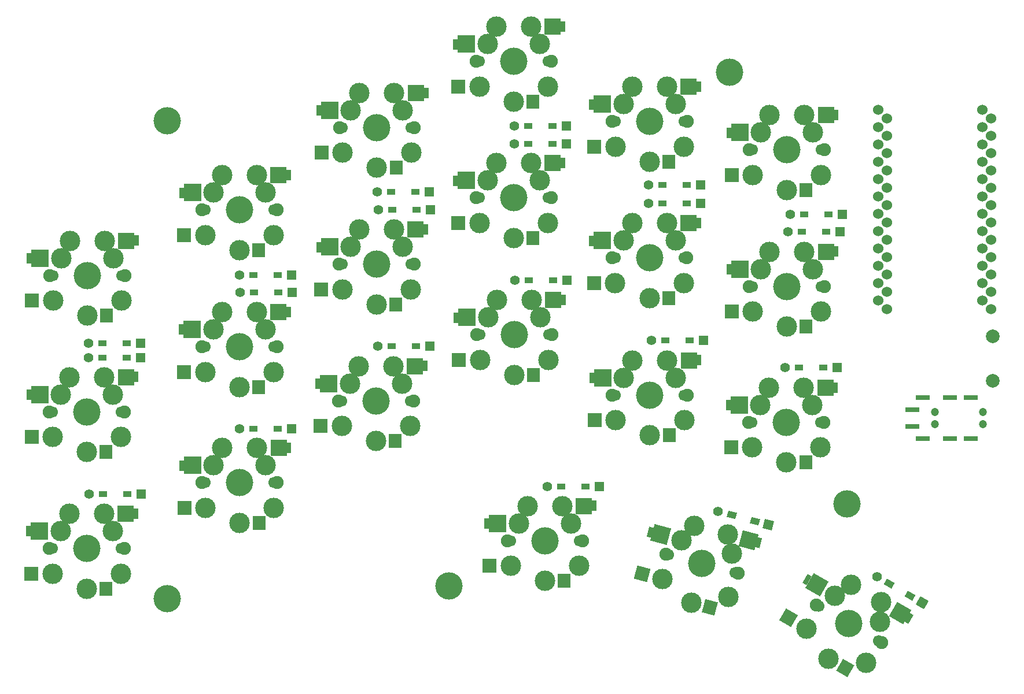
<source format=gbr>
%TF.GenerationSoftware,KiCad,Pcbnew,7.0.6*%
%TF.CreationDate,2023-08-21T12:13:53+07:00*%
%TF.ProjectId,GlupV1,476c7570-5631-42e6-9b69-6361645f7063,rev?*%
%TF.SameCoordinates,Original*%
%TF.FileFunction,Soldermask,Bot*%
%TF.FilePolarity,Negative*%
%FSLAX46Y46*%
G04 Gerber Fmt 4.6, Leading zero omitted, Abs format (unit mm)*
G04 Created by KiCad (PCBNEW 7.0.6) date 2023-08-21 12:13:53*
%MOMM*%
%LPD*%
G01*
G04 APERTURE LIST*
G04 Aperture macros list*
%AMRotRect*
0 Rectangle, with rotation*
0 The origin of the aperture is its center*
0 $1 length*
0 $2 width*
0 $3 Rotation angle, in degrees counterclockwise*
0 Add horizontal line*
21,1,$1,$2,0,0,$3*%
G04 Aperture macros list end*
%ADD10C,1.900000*%
%ADD11C,1.700000*%
%ADD12C,3.000000*%
%ADD13C,0.100000*%
%ADD14C,4.000000*%
%ADD15R,0.700000X1.500000*%
%ADD16R,2.000000X2.000000*%
%ADD17R,2.500000X2.500000*%
%ADD18R,1.900000X2.000000*%
%ADD19R,2.400000X2.400000*%
%ADD20R,1.397000X1.397000*%
%ADD21R,1.300000X0.950000*%
%ADD22C,1.397000*%
%ADD23C,2.000000*%
%ADD24C,1.524000*%
%ADD25RotRect,1.397000X1.397000X345.000000*%
%ADD26RotRect,1.300000X0.950000X345.000000*%
%ADD27RotRect,1.397000X1.397000X330.000000*%
%ADD28RotRect,1.300000X0.950000X330.000000*%
%ADD29RotRect,0.700000X1.500000X345.000000*%
%ADD30RotRect,2.000000X2.000000X165.000000*%
%ADD31RotRect,2.500000X2.500000X165.000000*%
%ADD32RotRect,1.900000X2.000000X165.000000*%
%ADD33RotRect,2.400000X2.400000X165.000000*%
%ADD34C,1.200000*%
%ADD35R,2.100000X0.800000*%
%ADD36RotRect,0.700000X1.500000X330.000000*%
%ADD37RotRect,2.000000X2.000000X150.000000*%
%ADD38RotRect,2.500000X2.500000X150.000000*%
%ADD39RotRect,1.900000X2.000000X150.000000*%
%ADD40RotRect,2.400000X2.400000X150.000000*%
G04 APERTURE END LIST*
D10*
%TO.C,SW9*%
X91130000Y-87780000D03*
D11*
X91550000Y-87780000D03*
D12*
X91630000Y-91480000D03*
D13*
X92805000Y-85200000D03*
D12*
X92820000Y-85239999D03*
X94090000Y-82700000D03*
D14*
X96630000Y-87780000D03*
D12*
X96630000Y-93680000D03*
X99170000Y-82700000D03*
X100440000Y-85240000D03*
X100440000Y-85240000D03*
D13*
X100455000Y-85200000D03*
D12*
X101630000Y-91480000D03*
D11*
X101710000Y-87780000D03*
D10*
X102130000Y-87780000D03*
D15*
X88130000Y-85280000D03*
D16*
X88530000Y-91480000D03*
D17*
X89730000Y-85240000D03*
D18*
X99430000Y-93680000D03*
D19*
X102330000Y-82700000D03*
D15*
X103830000Y-82680000D03*
%TD*%
D10*
%TO.C,SW13*%
X115835400Y-108266000D03*
D11*
X116255400Y-108266000D03*
D12*
X116335400Y-111966000D03*
D13*
X117510400Y-105686000D03*
D12*
X117525400Y-105725999D03*
X118795400Y-103186000D03*
D14*
X121335400Y-108266000D03*
D12*
X121335400Y-114166000D03*
X123875400Y-103186000D03*
X125145400Y-105726000D03*
X125145400Y-105726000D03*
D13*
X125160400Y-105686000D03*
D12*
X126335400Y-111966000D03*
D11*
X126415400Y-108266000D03*
D10*
X126835400Y-108266000D03*
D15*
X112835400Y-105766000D03*
D16*
X113235400Y-111966000D03*
D17*
X114435400Y-105726000D03*
D18*
X124135400Y-114166000D03*
D19*
X127035400Y-103186000D03*
D15*
X128535400Y-103166000D03*
%TD*%
D20*
%TO.C,D14*%
X144160000Y-56134000D03*
D21*
X142125000Y-56134000D03*
X138575000Y-56134000D03*
D22*
X136540000Y-56134000D03*
%TD*%
D23*
%TO.C,RSW1*%
X186930000Y-78370000D03*
X186930000Y-84870000D03*
%TD*%
D24*
%TO.C,U1*%
X170100000Y-45180000D03*
X186638815Y-46375745D03*
X170100000Y-47720000D03*
X186638815Y-48915745D03*
X170100000Y-50260000D03*
X186638815Y-51455745D03*
X170100000Y-52800000D03*
X186638815Y-53995745D03*
X170100000Y-55340000D03*
X186638815Y-56535745D03*
X170100000Y-57880000D03*
X186638815Y-59075745D03*
X170100000Y-60420000D03*
X186638815Y-61615745D03*
X170100000Y-62960000D03*
X186638815Y-64155745D03*
X170100000Y-65500000D03*
X186638815Y-66695745D03*
X170100000Y-68040000D03*
X186638815Y-69235745D03*
X170100000Y-70580000D03*
X186638815Y-71775745D03*
X170100000Y-73120000D03*
X186638815Y-74315745D03*
X171398815Y-74315745D03*
X185340000Y-73120000D03*
X171398815Y-71775745D03*
X185340000Y-70580000D03*
X171398815Y-69235745D03*
X185340000Y-68040000D03*
X171398815Y-66695745D03*
X185340000Y-65500000D03*
X171398815Y-64155745D03*
X185340000Y-62960000D03*
X171398815Y-61615745D03*
X185340000Y-60420000D03*
X171398815Y-59075745D03*
X185340000Y-57880000D03*
X171398815Y-56535745D03*
X185340000Y-55340000D03*
X171398815Y-53995745D03*
X185340000Y-52800000D03*
X171398815Y-51455745D03*
X185340000Y-50260000D03*
X171398815Y-48915745D03*
X185340000Y-47720000D03*
X171398815Y-46375745D03*
X185340000Y-45180000D03*
%TD*%
D20*
%TO.C,D16*%
X144550000Y-78930000D03*
D21*
X142515000Y-78930000D03*
X138965000Y-78930000D03*
D22*
X136930000Y-78930000D03*
%TD*%
D14*
%TO.C,MH1*%
X66080000Y-116780000D03*
%TD*%
%TO.C,MH2*%
X66080000Y-46760000D03*
%TD*%
D10*
%TO.C,SW6*%
X71200000Y-99756000D03*
D11*
X71620000Y-99756000D03*
D12*
X71700000Y-103456000D03*
D13*
X72875000Y-97176000D03*
D12*
X72890000Y-97215999D03*
X74160000Y-94676000D03*
D14*
X76700000Y-99756000D03*
D12*
X76700000Y-105656000D03*
X79240000Y-94676000D03*
X80510000Y-97216000D03*
X80510000Y-97216000D03*
D13*
X80525000Y-97176000D03*
D12*
X81700000Y-103456000D03*
D11*
X81780000Y-99756000D03*
D10*
X82200000Y-99756000D03*
D15*
X68200000Y-97256000D03*
D16*
X68600000Y-103456000D03*
D17*
X69800000Y-97216000D03*
D18*
X79500000Y-105656000D03*
D19*
X82400000Y-94676000D03*
D15*
X83900000Y-94656000D03*
%TD*%
D10*
%TO.C,SW5*%
X71150000Y-79856000D03*
D11*
X71570000Y-79856000D03*
D12*
X71650000Y-83556000D03*
D13*
X72825000Y-77276000D03*
D12*
X72840000Y-77315999D03*
X74110000Y-74776000D03*
D14*
X76650000Y-79856000D03*
D12*
X76650000Y-85756000D03*
X79190000Y-74776000D03*
X80460000Y-77316000D03*
X80460000Y-77316000D03*
D13*
X80475000Y-77276000D03*
D12*
X81650000Y-83556000D03*
D11*
X81730000Y-79856000D03*
D10*
X82150000Y-79856000D03*
D15*
X68150000Y-77356000D03*
D16*
X68550000Y-83556000D03*
D17*
X69750000Y-77316000D03*
D18*
X79450000Y-85756000D03*
D19*
X82350000Y-74776000D03*
D15*
X83850000Y-74756000D03*
%TD*%
D20*
%TO.C,D11*%
X124470000Y-50110000D03*
D21*
X122435000Y-50110000D03*
X118885000Y-50110000D03*
D22*
X116850000Y-50110000D03*
%TD*%
D10*
%TO.C,SW4*%
X71170000Y-59806000D03*
D11*
X71590000Y-59806000D03*
D12*
X71670000Y-63506000D03*
D13*
X72845000Y-57226000D03*
D12*
X72860000Y-57265999D03*
X74130000Y-54726000D03*
D14*
X76670000Y-59806000D03*
D12*
X76670000Y-65706000D03*
X79210000Y-54726000D03*
X80480000Y-57266000D03*
X80480000Y-57266000D03*
D13*
X80495000Y-57226000D03*
D12*
X81670000Y-63506000D03*
D11*
X81750000Y-59806000D03*
D10*
X82170000Y-59806000D03*
D15*
X68170000Y-57306000D03*
D16*
X68570000Y-63506000D03*
D17*
X69770000Y-57266000D03*
D18*
X79470000Y-65706000D03*
D19*
X82370000Y-54726000D03*
D15*
X83870000Y-54706000D03*
%TD*%
D20*
%TO.C,D20*%
X164115000Y-82910000D03*
D21*
X162080000Y-82910000D03*
X158530000Y-82910000D03*
D22*
X156495000Y-82910000D03*
%TD*%
D20*
%TO.C,D13*%
X129290000Y-100320000D03*
D21*
X127255000Y-100320000D03*
X123705000Y-100320000D03*
D22*
X121670000Y-100320000D03*
%TD*%
D20*
%TO.C,D7*%
X104394000Y-57150000D03*
D21*
X102359000Y-57150000D03*
X98809000Y-57150000D03*
D22*
X96774000Y-57150000D03*
%TD*%
D20*
%TO.C,D1*%
X62200000Y-79356000D03*
D21*
X60165000Y-79356000D03*
X56615000Y-79356000D03*
D22*
X54580000Y-79356000D03*
%TD*%
D10*
%TO.C,SW11*%
X111270000Y-58040000D03*
D11*
X111690000Y-58040000D03*
D12*
X111770000Y-61740000D03*
D13*
X112945000Y-55460000D03*
D12*
X112960000Y-55499999D03*
X114230000Y-52960000D03*
D14*
X116770000Y-58040000D03*
D12*
X116770000Y-63940000D03*
X119310000Y-52960000D03*
X120580000Y-55500000D03*
X120580000Y-55500000D03*
D13*
X120595000Y-55460000D03*
D12*
X121770000Y-61740000D03*
D11*
X121850000Y-58040000D03*
D10*
X122270000Y-58040000D03*
D15*
X108270000Y-55540000D03*
D16*
X108670000Y-61740000D03*
D17*
X109870000Y-55500000D03*
D18*
X119570000Y-63940000D03*
D19*
X122470000Y-52960000D03*
D15*
X123970000Y-52940000D03*
%TD*%
D10*
%TO.C,SW3*%
X48780000Y-109406000D03*
D11*
X49200000Y-109406000D03*
D12*
X49280000Y-113106000D03*
D13*
X50455000Y-106826000D03*
D12*
X50470000Y-106865999D03*
X51740000Y-104326000D03*
D14*
X54280000Y-109406000D03*
D12*
X54280000Y-115306000D03*
X56820000Y-104326000D03*
X58090000Y-106866000D03*
X58090000Y-106866000D03*
D13*
X58105000Y-106826000D03*
D12*
X59280000Y-113106000D03*
D11*
X59360000Y-109406000D03*
D10*
X59780000Y-109406000D03*
D15*
X45780000Y-106906000D03*
D16*
X46180000Y-113106000D03*
D17*
X47380000Y-106866000D03*
D18*
X57080000Y-115306000D03*
D19*
X59980000Y-104326000D03*
D15*
X61480000Y-104306000D03*
%TD*%
D25*
%TO.C,D17*%
X154071685Y-105967609D03*
D26*
X152106026Y-105440912D03*
X148676990Y-104522104D03*
D22*
X146711331Y-103995407D03*
%TD*%
D14*
%TO.C,MH4*%
X107340000Y-114900000D03*
%TD*%
D10*
%TO.C,SW20*%
X151210000Y-90930000D03*
D11*
X151630000Y-90930000D03*
D12*
X151710000Y-94630000D03*
D13*
X152885000Y-88350000D03*
D12*
X152900000Y-88389999D03*
X154170000Y-85850000D03*
D14*
X156710000Y-90930000D03*
D12*
X156710000Y-96830000D03*
X159250000Y-85850000D03*
X160520000Y-88390000D03*
X160520000Y-88390000D03*
D13*
X160535000Y-88350000D03*
D12*
X161710000Y-94630000D03*
D11*
X161790000Y-90930000D03*
D10*
X162210000Y-90930000D03*
D15*
X148210000Y-88430000D03*
D16*
X148610000Y-94630000D03*
D17*
X149810000Y-88390000D03*
D18*
X159510000Y-96830000D03*
D19*
X162410000Y-85850000D03*
D15*
X163910000Y-85830000D03*
%TD*%
D20*
%TO.C,D9*%
X104555000Y-79810000D03*
D21*
X102520000Y-79810000D03*
X98970000Y-79810000D03*
D22*
X96935000Y-79810000D03*
%TD*%
D20*
%TO.C,D5*%
X84350000Y-71930000D03*
D21*
X82315000Y-71930000D03*
X78765000Y-71930000D03*
D22*
X76730000Y-71930000D03*
%TD*%
D10*
%TO.C,SW15*%
X131150000Y-66840000D03*
D11*
X131570000Y-66840000D03*
D12*
X131650000Y-70540000D03*
D13*
X132825000Y-64260000D03*
D12*
X132840000Y-64299999D03*
X134110000Y-61760000D03*
D14*
X136650000Y-66840000D03*
D12*
X136650000Y-72740000D03*
X139190000Y-61760000D03*
X140460000Y-64300000D03*
X140460000Y-64300000D03*
D13*
X140475000Y-64260000D03*
D12*
X141650000Y-70540000D03*
D11*
X141730000Y-66840000D03*
D10*
X142150000Y-66840000D03*
D15*
X128150000Y-64340000D03*
D16*
X128550000Y-70540000D03*
D17*
X129750000Y-64300000D03*
D18*
X139450000Y-72740000D03*
D19*
X142350000Y-61760000D03*
D15*
X143850000Y-61740000D03*
%TD*%
D10*
%TO.C,SW8*%
X91240000Y-67760000D03*
D11*
X91660000Y-67760000D03*
D12*
X91740000Y-71460000D03*
D13*
X92915000Y-65180000D03*
D12*
X92930000Y-65219999D03*
X94200000Y-62680000D03*
D14*
X96740000Y-67760000D03*
D12*
X96740000Y-73660000D03*
X99280000Y-62680000D03*
X100550000Y-65220000D03*
X100550000Y-65220000D03*
D13*
X100565000Y-65180000D03*
D12*
X101740000Y-71460000D03*
D11*
X101820000Y-67760000D03*
D10*
X102240000Y-67760000D03*
D15*
X88240000Y-65260000D03*
D16*
X88640000Y-71460000D03*
D17*
X89840000Y-65220000D03*
D18*
X99540000Y-73660000D03*
D19*
X102440000Y-62680000D03*
D15*
X103940000Y-62660000D03*
%TD*%
D10*
%TO.C,SW12*%
X111360000Y-78120000D03*
D11*
X111780000Y-78120000D03*
D12*
X111860000Y-81820000D03*
D13*
X113035000Y-75540000D03*
D12*
X113050000Y-75579999D03*
X114320000Y-73040000D03*
D14*
X116860000Y-78120000D03*
D12*
X116860000Y-84020000D03*
X119400000Y-73040000D03*
X120670000Y-75580000D03*
X120670000Y-75580000D03*
D13*
X120685000Y-75540000D03*
D12*
X121860000Y-81820000D03*
D11*
X121940000Y-78120000D03*
D10*
X122360000Y-78120000D03*
D15*
X108360000Y-75620000D03*
D16*
X108760000Y-81820000D03*
D17*
X109960000Y-75580000D03*
D18*
X119660000Y-84020000D03*
D19*
X122560000Y-73040000D03*
D15*
X124060000Y-73020000D03*
%TD*%
D20*
%TO.C,D19*%
X164565000Y-63040000D03*
D21*
X162530000Y-63040000D03*
X158980000Y-63040000D03*
D22*
X156945000Y-63040000D03*
%TD*%
D27*
%TO.C,D21*%
X176582362Y-117397500D03*
D28*
X174820000Y-116380000D03*
X171745610Y-114605000D03*
D22*
X169983248Y-113587500D03*
%TD*%
D20*
%TO.C,D8*%
X104625000Y-59780000D03*
D21*
X102590000Y-59780000D03*
X99040000Y-59780000D03*
D22*
X97005000Y-59780000D03*
%TD*%
D14*
%TO.C,MH3*%
X148336000Y-39624000D03*
%TD*%
D10*
%TO.C,SW2*%
X48840000Y-89390000D03*
D11*
X49260000Y-89390000D03*
D12*
X49340000Y-93090000D03*
D13*
X50515000Y-86810000D03*
D12*
X50530000Y-86849999D03*
X51800000Y-84310000D03*
D14*
X54340000Y-89390000D03*
D12*
X54340000Y-95290000D03*
X56880000Y-84310000D03*
X58150000Y-86850000D03*
X58150000Y-86850000D03*
D13*
X58165000Y-86810000D03*
D12*
X59340000Y-93090000D03*
D11*
X59420000Y-89390000D03*
D10*
X59840000Y-89390000D03*
D15*
X45840000Y-86890000D03*
D16*
X46240000Y-93090000D03*
D17*
X47440000Y-86850000D03*
D18*
X57140000Y-95290000D03*
D19*
X60040000Y-84310000D03*
D15*
X61540000Y-84290000D03*
%TD*%
D20*
%TO.C,D4*%
X84320000Y-69342000D03*
D21*
X82285000Y-69342000D03*
X78735000Y-69342000D03*
D22*
X76700000Y-69342000D03*
%TD*%
D14*
%TO.C,MH5*%
X165540000Y-102860000D03*
%TD*%
D10*
%TO.C,SW17*%
X139023608Y-110223195D03*
D11*
X139429297Y-110331899D03*
D12*
X138548940Y-113926530D03*
D13*
X141309287Y-108164629D03*
D12*
X141313423Y-108207147D03*
X143197549Y-106082396D03*
D14*
X144336200Y-111646700D03*
D12*
X142809168Y-117345662D03*
X148104452Y-107397197D03*
X148673778Y-110179349D03*
X148673778Y-110179349D03*
D13*
X148698619Y-110144594D03*
D12*
X148208199Y-116514721D03*
D11*
X149243103Y-112961501D03*
D10*
X149648792Y-113070205D03*
D29*
X136772878Y-107031924D03*
D30*
X135554570Y-113124191D03*
D31*
X138328712Y-107407397D03*
D32*
X145513760Y-118070356D03*
D33*
X151156778Y-108215065D03*
D29*
X152610843Y-108583975D03*
%TD*%
D20*
%TO.C,D10*%
X124460000Y-47498000D03*
D21*
X122425000Y-47498000D03*
X118875000Y-47498000D03*
D22*
X116840000Y-47498000D03*
%TD*%
D10*
%TO.C,SW19*%
X151280000Y-71020000D03*
D11*
X151700000Y-71020000D03*
D12*
X151780000Y-74720000D03*
D13*
X152955000Y-68440000D03*
D12*
X152970000Y-68479999D03*
X154240000Y-65940000D03*
D14*
X156780000Y-71020000D03*
D12*
X156780000Y-76920000D03*
X159320000Y-65940000D03*
X160590000Y-68480000D03*
X160590000Y-68480000D03*
D13*
X160605000Y-68440000D03*
D12*
X161780000Y-74720000D03*
D11*
X161860000Y-71020000D03*
D10*
X162280000Y-71020000D03*
D15*
X148280000Y-68520000D03*
D16*
X148680000Y-74720000D03*
D17*
X149880000Y-68480000D03*
D18*
X159580000Y-76920000D03*
D19*
X162480000Y-65940000D03*
D15*
X163980000Y-65920000D03*
%TD*%
D20*
%TO.C,D12*%
X124595000Y-70140000D03*
D21*
X122560000Y-70140000D03*
X119010000Y-70140000D03*
D22*
X116975000Y-70140000D03*
%TD*%
D34*
%TO.C,J2*%
X185457500Y-89445000D03*
X178457500Y-89445000D03*
X185457500Y-91195000D03*
X178457500Y-91195000D03*
D35*
X175157500Y-89095000D03*
X175157500Y-91545000D03*
X183657500Y-87345000D03*
X183657500Y-93295000D03*
X180657500Y-87345000D03*
X180657500Y-93295000D03*
X176657500Y-87345000D03*
X176657500Y-93295000D03*
%TD*%
D10*
%TO.C,SW18*%
X151280000Y-51010000D03*
D11*
X151700000Y-51010000D03*
D12*
X151780000Y-54710000D03*
D13*
X152955000Y-48430000D03*
D12*
X152970000Y-48469999D03*
X154240000Y-45930000D03*
D14*
X156780000Y-51010000D03*
D12*
X156780000Y-56910000D03*
X159320000Y-45930000D03*
X160590000Y-48470000D03*
X160590000Y-48470000D03*
D13*
X160605000Y-48430000D03*
D12*
X161780000Y-54710000D03*
D11*
X161860000Y-51010000D03*
D10*
X162280000Y-51010000D03*
D15*
X148280000Y-48510000D03*
D16*
X148680000Y-54710000D03*
D17*
X149880000Y-48470000D03*
D18*
X159580000Y-56910000D03*
D19*
X162480000Y-45930000D03*
D15*
X163980000Y-45910000D03*
%TD*%
D10*
%TO.C,SW10*%
X111270000Y-38060000D03*
D11*
X111690000Y-38060000D03*
D12*
X111770000Y-41760000D03*
D13*
X112945000Y-35480000D03*
D12*
X112960000Y-35519999D03*
X114230000Y-32980000D03*
D14*
X116770000Y-38060000D03*
D12*
X116770000Y-43960000D03*
X119310000Y-32980000D03*
X120580000Y-35520000D03*
X120580000Y-35520000D03*
D13*
X120595000Y-35480000D03*
D12*
X121770000Y-41760000D03*
D11*
X121850000Y-38060000D03*
D10*
X122270000Y-38060000D03*
D15*
X108270000Y-35560000D03*
D16*
X108670000Y-41760000D03*
D17*
X109870000Y-35520000D03*
D18*
X119570000Y-43960000D03*
D19*
X122470000Y-32980000D03*
D15*
X123970000Y-32960000D03*
%TD*%
D10*
%TO.C,SW21*%
X161081960Y-117680400D03*
D11*
X161445691Y-117890400D03*
D12*
X159664973Y-121134694D03*
D13*
X163822553Y-116283554D03*
D12*
X163815544Y-116325695D03*
X166185395Y-114760991D03*
D14*
X165845100Y-120430400D03*
D12*
X162895100Y-125539950D03*
X170584805Y-117300991D03*
X170414657Y-120135695D03*
X170414657Y-120135695D03*
D13*
X170447647Y-120108554D03*
D12*
X168325227Y-126134694D03*
D11*
X170244509Y-122970400D03*
D10*
X170608240Y-123180400D03*
D36*
X159733884Y-114015336D03*
D37*
X156980294Y-119584694D03*
D38*
X161139525Y-114780695D03*
D39*
X165319971Y-126939950D03*
D40*
X173321445Y-118880991D03*
D36*
X174630483Y-119613670D03*
%TD*%
D20*
%TO.C,D2*%
X62155000Y-81436000D03*
D21*
X60120000Y-81436000D03*
X56570000Y-81436000D03*
D22*
X54535000Y-81436000D03*
%TD*%
D20*
%TO.C,D18*%
X164849000Y-60452000D03*
D21*
X162814000Y-60452000D03*
X159264000Y-60452000D03*
D22*
X157229000Y-60452000D03*
%TD*%
D10*
%TO.C,SW14*%
X131170000Y-46850000D03*
D11*
X131590000Y-46850000D03*
D12*
X131670000Y-50550000D03*
D13*
X132845000Y-44270000D03*
D12*
X132860000Y-44309999D03*
X134130000Y-41770000D03*
D14*
X136670000Y-46850000D03*
D12*
X136670000Y-52750000D03*
X139210000Y-41770000D03*
X140480000Y-44310000D03*
X140480000Y-44310000D03*
D13*
X140495000Y-44270000D03*
D12*
X141670000Y-50550000D03*
D11*
X141750000Y-46850000D03*
D10*
X142170000Y-46850000D03*
D15*
X128170000Y-44350000D03*
D16*
X128570000Y-50550000D03*
D17*
X129770000Y-44310000D03*
D18*
X139470000Y-52750000D03*
D19*
X142370000Y-41770000D03*
D15*
X143870000Y-41750000D03*
%TD*%
D20*
%TO.C,D3*%
X62305000Y-101406000D03*
D21*
X60270000Y-101406000D03*
X56720000Y-101406000D03*
D22*
X54685000Y-101406000D03*
%TD*%
D20*
%TO.C,D6*%
X84250000Y-91900000D03*
D21*
X82215000Y-91900000D03*
X78665000Y-91900000D03*
D22*
X76630000Y-91900000D03*
%TD*%
D20*
%TO.C,D15*%
X144110000Y-58840000D03*
D21*
X142075000Y-58840000D03*
X138525000Y-58840000D03*
D22*
X136490000Y-58840000D03*
%TD*%
D10*
%TO.C,SW16*%
X131230000Y-86930000D03*
D11*
X131650000Y-86930000D03*
D12*
X131730000Y-90630000D03*
D13*
X132905000Y-84350000D03*
D12*
X132920000Y-84389999D03*
X134190000Y-81850000D03*
D14*
X136730000Y-86930000D03*
D12*
X136730000Y-92830000D03*
X139270000Y-81850000D03*
X140540000Y-84390000D03*
X140540000Y-84390000D03*
D13*
X140555000Y-84350000D03*
D12*
X141730000Y-90630000D03*
D11*
X141810000Y-86930000D03*
D10*
X142230000Y-86930000D03*
D15*
X128230000Y-84430000D03*
D16*
X128630000Y-90630000D03*
D17*
X129830000Y-84390000D03*
D18*
X139530000Y-92830000D03*
D19*
X142430000Y-81850000D03*
D15*
X143930000Y-81830000D03*
%TD*%
D10*
%TO.C,SW7*%
X91270000Y-47750000D03*
D11*
X91690000Y-47750000D03*
D12*
X91770000Y-51450000D03*
D13*
X92945000Y-45170000D03*
D12*
X92960000Y-45209999D03*
X94230000Y-42670000D03*
D14*
X96770000Y-47750000D03*
D12*
X96770000Y-53650000D03*
X99310000Y-42670000D03*
X100580000Y-45210000D03*
X100580000Y-45210000D03*
D13*
X100595000Y-45170000D03*
D12*
X101770000Y-51450000D03*
D11*
X101850000Y-47750000D03*
D10*
X102270000Y-47750000D03*
D15*
X88270000Y-45250000D03*
D16*
X88670000Y-51450000D03*
D17*
X89870000Y-45210000D03*
D18*
X99570000Y-53650000D03*
D19*
X102470000Y-42670000D03*
D15*
X103970000Y-42650000D03*
%TD*%
D10*
%TO.C,SW1*%
X48868000Y-69417500D03*
D11*
X49288000Y-69417500D03*
D12*
X49368000Y-73117500D03*
D13*
X50543000Y-66837500D03*
D12*
X50558000Y-66877499D03*
X51828000Y-64337500D03*
D14*
X54368000Y-69417500D03*
D12*
X54368000Y-75317500D03*
X56908000Y-64337500D03*
X58178000Y-66877500D03*
X58178000Y-66877500D03*
D13*
X58193000Y-66837500D03*
D12*
X59368000Y-73117500D03*
D11*
X59448000Y-69417500D03*
D10*
X59868000Y-69417500D03*
D15*
X45868000Y-66917500D03*
D16*
X46268000Y-73117500D03*
D17*
X47468000Y-66877500D03*
D18*
X57168000Y-75317500D03*
D19*
X60068000Y-64337500D03*
D15*
X61568000Y-64317500D03*
%TD*%
M02*

</source>
